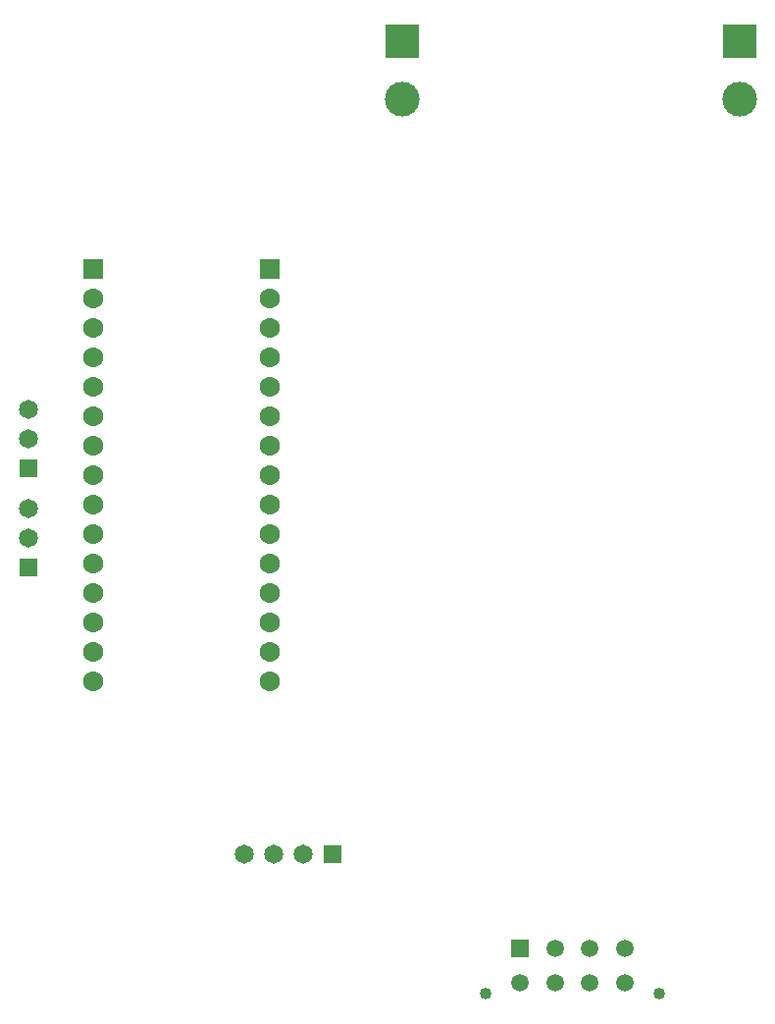
<source format=gbr>
%TF.GenerationSoftware,KiCad,Pcbnew,8.0.1*%
%TF.CreationDate,2024-04-24T20:44:49+02:00*%
%TF.ProjectId,Connectors_card,436f6e6e-6563-4746-9f72-735f63617264,rev?*%
%TF.SameCoordinates,Original*%
%TF.FileFunction,Soldermask,Bot*%
%TF.FilePolarity,Negative*%
%FSLAX46Y46*%
G04 Gerber Fmt 4.6, Leading zero omitted, Abs format (unit mm)*
G04 Created by KiCad (PCBNEW 8.0.1) date 2024-04-24 20:44:49*
%MOMM*%
%LPD*%
G01*
G04 APERTURE LIST*
G04 Aperture macros list*
%AMRoundRect*
0 Rectangle with rounded corners*
0 $1 Rounding radius*
0 $2 $3 $4 $5 $6 $7 $8 $9 X,Y pos of 4 corners*
0 Add a 4 corners polygon primitive as box body*
4,1,4,$2,$3,$4,$5,$6,$7,$8,$9,$2,$3,0*
0 Add four circle primitives for the rounded corners*
1,1,$1+$1,$2,$3*
1,1,$1+$1,$4,$5*
1,1,$1+$1,$6,$7*
1,1,$1+$1,$8,$9*
0 Add four rect primitives between the rounded corners*
20,1,$1+$1,$2,$3,$4,$5,0*
20,1,$1+$1,$4,$5,$6,$7,0*
20,1,$1+$1,$6,$7,$8,$9,0*
20,1,$1+$1,$8,$9,$2,$3,0*%
G04 Aperture macros list end*
%ADD10R,1.650000X1.650000*%
%ADD11C,1.650000*%
%ADD12C,1.020000*%
%ADD13R,1.520000X1.520000*%
%ADD14C,1.520000*%
%ADD15RoundRect,0.102000X-0.765000X-0.765000X0.765000X-0.765000X0.765000X0.765000X-0.765000X0.765000X0*%
%ADD16C,1.734000*%
%ADD17C,3.000000*%
%ADD18R,3.000000X3.000000*%
%ADD19R,1.700000X1.700000*%
%ADD20O,1.700000X1.700000*%
G04 APERTURE END LIST*
D10*
%TO.C,J3*%
X102698200Y-102642000D03*
D11*
X102698200Y-100102000D03*
X102698200Y-97562000D03*
%TD*%
D10*
%TO.C,J5*%
X129018200Y-127362000D03*
D11*
X126478200Y-127362000D03*
X123938200Y-127362000D03*
X121398200Y-127362000D03*
%TD*%
D12*
%TO.C,J6*%
X157178200Y-139402000D03*
X142178200Y-139402000D03*
D13*
X145178200Y-135462000D03*
D14*
X148178200Y-135462000D03*
X151178200Y-135462000D03*
X154178200Y-135462000D03*
X145178200Y-138462000D03*
X148178200Y-138462000D03*
X151178200Y-138462000D03*
X154178200Y-138462000D03*
%TD*%
D15*
%TO.C,U1*%
X108338200Y-76902000D03*
D16*
X108338200Y-79442000D03*
X108338200Y-81982000D03*
X108338200Y-84522000D03*
X108338200Y-87062000D03*
X108338200Y-89602000D03*
X108338200Y-92142000D03*
X108338200Y-94682000D03*
X108338200Y-97222000D03*
X108338200Y-99762000D03*
X108338200Y-102302000D03*
X108338200Y-104842000D03*
X108338200Y-107382000D03*
X108338200Y-109922000D03*
X108338200Y-112462000D03*
D15*
X123578200Y-76902000D03*
D16*
X123578200Y-79442000D03*
X123578200Y-81982000D03*
X123578200Y-84522000D03*
X123578200Y-87062000D03*
X123578200Y-89602000D03*
X123578200Y-92142000D03*
X123578200Y-94682000D03*
X123578200Y-97222000D03*
X123578200Y-99762000D03*
X123578200Y-102302000D03*
X123578200Y-104842000D03*
X123578200Y-107382000D03*
X123578200Y-109922000D03*
X123578200Y-112462000D03*
%TD*%
D17*
%TO.C,J1*%
X134978200Y-62262000D03*
D18*
X134978200Y-57262000D03*
%TD*%
D19*
%TO.C,J7*%
X108356200Y-76926000D03*
D20*
X108356200Y-79466000D03*
X108356200Y-82006000D03*
X108356200Y-84546000D03*
X108356200Y-87086000D03*
X108356200Y-89626000D03*
X108356200Y-92166000D03*
X108356200Y-94706000D03*
X108356200Y-97246000D03*
X108356200Y-99786000D03*
X108356200Y-102326000D03*
X108356200Y-104866000D03*
X108356200Y-107406000D03*
X108356200Y-109946000D03*
X108356200Y-112486000D03*
%TD*%
D19*
%TO.C,J8*%
X123596200Y-76926000D03*
D20*
X123596200Y-79466000D03*
X123596200Y-82006000D03*
X123596200Y-84546000D03*
X123596200Y-87086000D03*
X123596200Y-89626000D03*
X123596200Y-92166000D03*
X123596200Y-94706000D03*
X123596200Y-97246000D03*
X123596200Y-99786000D03*
X123596200Y-102326000D03*
X123596200Y-104866000D03*
X123596200Y-107406000D03*
X123596200Y-109946000D03*
X123596200Y-112486000D03*
%TD*%
D10*
%TO.C,J4*%
X102698200Y-94062000D03*
D11*
X102698200Y-91522000D03*
X102698200Y-88982000D03*
%TD*%
D17*
%TO.C,J2*%
X164078200Y-62262000D03*
D18*
X164078200Y-57262000D03*
%TD*%
M02*

</source>
